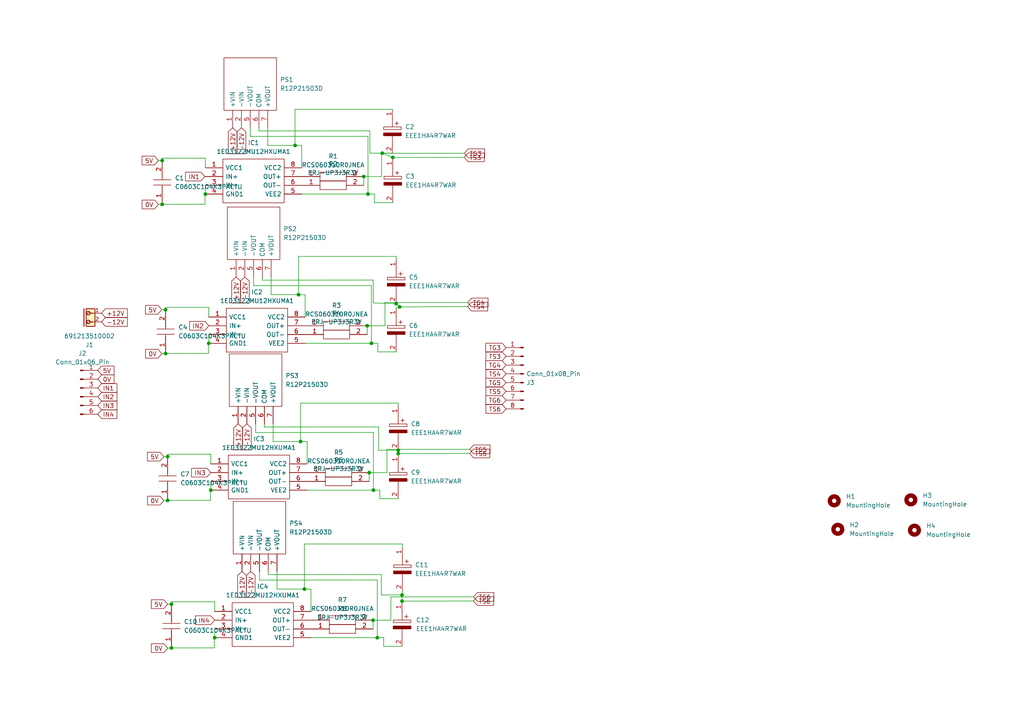
<source format=kicad_sch>
(kicad_sch (version 20230121) (generator eeschema)
  (paper "A4")
  (lib_symbols
    (symbol "1ED3122MU12HXUMA1:1ED3122MU12HXUMA1" (pin_names (offset 0.762))
      (property "Reference" "IC" (at 24.13 7.62 0))
      (property "Value" "1ED3122MU12HXUMA1" (at 24.13 5.08 0))
      (symbol "1ED3122MU12HXUMA1_0_0"
        (pin passive line (at 0 0 0) (length 5.08) (name "VCC1") (number "1"))
        (pin passive line (at 0 -2.54 0) (length 5.08) (name "IN+") (number "2"))
        (pin passive line (at 0 -5.08 0) (length 5.08) (name "IN-") (number "3"))
        (pin passive line (at 0 -7.62 0) (length 5.08) (name "GND1") (number "4"))
        (pin passive line (at 27.94 -7.62 180) (length 5.08) (name "VEE2") (number "5"))
        (pin passive line (at 27.94 -5.08 180) (length 5.08) (name "OUT-") (number "6"))
        (pin passive line (at 27.94 -2.54 180) (length 5.08) (name "OUT+") (number "7"))
        (pin passive line (at 27.94 0 180) (length 5.08) (name "VCC2") (number "8"))
      )
      (symbol "1ED3122MU12HXUMA1_0_1"
        (polyline (pts (xy 5.08 2.54) (xy 22.86 2.54) (xy 22.86 -10.16) (xy 5.08 -10.16) (xy 5.08 2.54)) (stroke (width 0.1524)))
      )
    )
    (symbol "691213510002:691213510002" (pin_names (offset 1.016) hide)
      (property "Reference" "J" (at -4.8768 -0.9144 0))
      (property "Value" "691213510002" (at -4.826 -2.5908 0))
      (symbol "691213510002_0_0"
        (rectangle (start -3.81 -3.175) (end 1.27 -0.635) (stroke (width 0.254)) (fill (type background)))
        (circle (center -2.54 -1.27) (radius 0.508) (stroke (width 0.254)))
        (circle (center 0 -1.27) (radius 0.508) (stroke (width 0.254)))
        (polyline (pts (xy -3.81 0) (xy 1.27 0)) (stroke (width 0.254)))
        (polyline (pts (xy -2.54 -1.778) (xy -2.54 -2.54)) (stroke (width 0.254)))
        (polyline (pts (xy -2.286 -1.016) (xy -2.794 -1.524)) (stroke (width 0.1524)))
        (polyline (pts (xy 0 -1.778) (xy 0 -2.54)) (stroke (width 0.254)))
        (polyline (pts (xy 0.254 -1.016) (xy -0.254 -1.524)) (stroke (width 0.1524)))
        (pin passive line (at -2.54 -5.08 90) (length 2.54) (name "~") (number "1"))
        (pin passive line (at 0 -5.08 90) (length 2.54) (name "~") (number "2"))
      )
    )
    (symbol "C0603C104K3PACTU:C0603C104K3PACTU" (pin_names (offset 0.762))
      (property "Reference" "C" (at 8.89 6.35 0))
      (property "Value" "C0603C104K3PACTU" (at 8.89 3.81 0))
      (symbol "C0603C104K3PACTU_0_0"
        (pin passive line (at 0 0 0) (length 5.08) (name "~") (number "1"))
        (pin passive line (at 12.7 0 180) (length 5.08) (name "~") (number "2"))
      )
      (symbol "C0603C104K3PACTU_0_1"
        (polyline (pts (xy 5.08 0) (xy 5.588 0)) (stroke (width 0.1524)))
        (polyline (pts (xy 5.588 2.54) (xy 5.588 -2.54)) (stroke (width 0.1524)))
        (polyline (pts (xy 7.112 0) (xy 7.62 0)) (stroke (width 0.1524)))
        (polyline (pts (xy 7.112 2.54) (xy 7.112 -2.54)) (stroke (width 0.1524)))
      )
    )
    (symbol "Connector:Conn_01x06_Pin" (pin_names (offset 1.016) hide)
      (property "Reference" "J" (at 0 7.62 0))
      (property "Value" "Conn_01x06_Pin" (at 0 -10.16 0))
      (symbol "Conn_01x06_Pin_1_1"
        (polyline (pts (xy 1.27 -7.62) (xy 0.8636 -7.62)) (stroke (width 0.1524)))
        (polyline (pts (xy 1.27 -5.08) (xy 0.8636 -5.08)) (stroke (width 0.1524)))
        (polyline (pts (xy 1.27 -2.54) (xy 0.8636 -2.54)) (stroke (width 0.1524)))
        (polyline (pts (xy 1.27 0) (xy 0.8636 0)) (stroke (width 0.1524)))
        (polyline (pts (xy 1.27 2.54) (xy 0.8636 2.54)) (stroke (width 0.1524)))
        (polyline (pts (xy 1.27 5.08) (xy 0.8636 5.08)) (stroke (width 0.1524)))
        (rectangle (start 0.8636 -7.493) (end 0 -7.747) (stroke (width 0.1524)) (fill (type outline)))
        (rectangle (start 0.8636 -4.953) (end 0 -5.207) (stroke (width 0.1524)) (fill (type outline)))
        (rectangle (start 0.8636 -2.413) (end 0 -2.667) (stroke (width 0.1524)) (fill (type outline)))
        (rectangle (start 0.8636 0.127) (end 0 -0.127) (stroke (width 0.1524)) (fill (type outline)))
        (rectangle (start 0.8636 2.667) (end 0 2.413) (stroke (width 0.1524)) (fill (type outline)))
        (rectangle (start 0.8636 5.207) (end 0 4.953) (stroke (width 0.1524)) (fill (type outline)))
        (pin passive line (at 5.08 5.08 180) (length 3.81) (name "Pin_1") (number "1"))
        (pin passive line (at 5.08 2.54 180) (length 3.81) (name "Pin_2") (number "2"))
        (pin passive line (at 5.08 0 180) (length 3.81) (name "Pin_3") (number "3"))
        (pin passive line (at 5.08 -2.54 180) (length 3.81) (name "Pin_4") (number "4"))
        (pin passive line (at 5.08 -5.08 180) (length 3.81) (name "Pin_5") (number "5"))
        (pin passive line (at 5.08 -7.62 180) (length 3.81) (name "Pin_6") (number "6"))
      )
    )
    (symbol "Connector:Conn_01x08_Pin" (pin_names (offset 1.016) hide)
      (property "Reference" "J" (at 0 10.16 0))
      (property "Value" "Conn_01x08_Pin" (at 0 -12.7 0))
      (symbol "Conn_01x08_Pin_1_1"
        (polyline (pts (xy 1.27 -10.16) (xy 0.8636 -10.16)) (stroke (width 0.1524)))
        (polyline (pts (xy 1.27 -7.62) (xy 0.8636 -7.62)) (stroke (width 0.1524)))
        (polyline (pts (xy 1.27 -5.08) (xy 0.8636 -5.08)) (stroke (width 0.1524)))
        (polyline (pts (xy 1.27 -2.54) (xy 0.8636 -2.54)) (stroke (width 0.1524)))
        (polyline (pts (xy 1.27 0) (xy 0.8636 0)) (stroke (width 0.1524)))
        (polyline (pts (xy 1.27 2.54) (xy 0.8636 2.54)) (stroke (width 0.1524)))
        (polyline (pts (xy 1.27 5.08) (xy 0.8636 5.08)) (stroke (width 0.1524)))
        (polyline (pts (xy 1.27 7.62) (xy 0.8636 7.62)) (stroke (width 0.1524)))
        (rectangle (start 0.8636 -10.033) (end 0 -10.287) (stroke (width 0.1524)) (fill (type outline)))
        (rectangle (start 0.8636 -7.493) (end 0 -7.747) (stroke (width 0.1524)) (fill (type outline)))
        (rectangle (start 0.8636 -4.953) (end 0 -5.207) (stroke (width 0.1524)) (fill (type outline)))
        (rectangle (start 0.8636 -2.413) (end 0 -2.667) (stroke (width 0.1524)) (fill (type outline)))
        (rectangle (start 0.8636 0.127) (end 0 -0.127) (stroke (width 0.1524)) (fill (type outline)))
        (rectangle (start 0.8636 2.667) (end 0 2.413) (stroke (width 0.1524)) (fill (type outline)))
        (rectangle (start 0.8636 5.207) (end 0 4.953) (stroke (width 0.1524)) (fill (type outline)))
        (rectangle (start 0.8636 7.747) (end 0 7.493) (stroke (width 0.1524)) (fill (type outline)))
        (pin passive line (at 5.08 7.62 180) (length 3.81) (name "Pin_1") (number "1"))
        (pin passive line (at 5.08 5.08 180) (length 3.81) (name "Pin_2") (number "2"))
        (pin passive line (at 5.08 2.54 180) (length 3.81) (name "Pin_3") (number "3"))
        (pin passive line (at 5.08 0 180) (length 3.81) (name "Pin_4") (number "4"))
        (pin passive line (at 5.08 -2.54 180) (length 3.81) (name "Pin_5") (number "5"))
        (pin passive line (at 5.08 -5.08 180) (length 3.81) (name "Pin_6") (number "6"))
        (pin passive line (at 5.08 -7.62 180) (length 3.81) (name "Pin_7") (number "7"))
        (pin passive line (at 5.08 -10.16 180) (length 3.81) (name "Pin_8") (number "8"))
      )
    )
    (symbol "EEE1HA4R7WAR:EEE1HA4R7WAR" (pin_names (offset 0.762))
      (property "Reference" "C" (at 8.89 6.35 0))
      (property "Value" "EEE1HA4R7WAR" (at 8.89 3.81 0))
      (symbol "EEE1HA4R7WAR_0_0"
        (pin passive line (at 0 0 0) (length 2.54) (name "~") (number "1"))
        (pin passive line (at 12.7 0 180) (length 2.54) (name "~") (number "2"))
      )
      (symbol "EEE1HA4R7WAR_0_1"
        (polyline (pts (xy 2.54 0) (xy 5.08 0)) (stroke (width 0.1524)))
        (polyline (pts (xy 4.064 1.778) (xy 4.064 0.762)) (stroke (width 0.1524)))
        (polyline (pts (xy 4.572 1.27) (xy 3.556 1.27)) (stroke (width 0.1524)))
        (polyline (pts (xy 7.62 0) (xy 10.16 0)) (stroke (width 0.1524)))
        (polyline (pts (xy 5.08 2.54) (xy 5.08 -2.54) (xy 5.842 -2.54) (xy 5.842 2.54) (xy 5.08 2.54)) (stroke (width 0.1524)))
        (polyline (pts (xy 7.62 2.54) (xy 7.62 -2.54) (xy 6.858 -2.54) (xy 6.858 2.54) (xy 7.62 2.54)) (stroke (width 0.254)) (fill (type outline)))
      )
    )
    (symbol "ERJ-UP3J3R3V:ERJ-UP3J3R3V" (pin_names (offset 0.762))
      (property "Reference" "R" (at 13.97 6.35 0))
      (property "Value" "ERJ-UP3J3R3V" (at 13.97 3.81 0))
      (symbol "ERJ-UP3J3R3V_0_0"
        (pin passive line (at 0 0 0) (length 5.08) (name "~") (number "1"))
        (pin passive line (at 17.78 0 180) (length 5.08) (name "~") (number "2"))
      )
      (symbol "ERJ-UP3J3R3V_0_1"
        (polyline (pts (xy 5.08 1.27) (xy 12.7 1.27) (xy 12.7 -1.27) (xy 5.08 -1.27) (xy 5.08 1.27)) (stroke (width 0.1524)))
      )
    )
    (symbol "Mechanical:MountingHole" (pin_names (offset 1.016))
      (property "Reference" "H" (at 0 5.08 0))
      (property "Value" "MountingHole" (at 0 3.175 0))
      (symbol "MountingHole_0_1"
        (circle (center 0 0) (radius 1.27) (stroke (width 1.27)))
      )
    )
    (symbol "R12P21503D:R12P21503D" (pin_names (offset 0.762))
      (property "Reference" "PS" (at 21.59 7.62 0))
      (property "Value" "R12P21503D" (at 21.59 5.08 0))
      (symbol "R12P21503D_0_0"
        (pin passive line (at 0 0 0) (length 5.08) (name "+VIN") (number "1"))
        (pin passive line (at 0 -2.54 0) (length 5.08) (name "-VIN") (number "2"))
        (pin passive line (at 0 -5.08 0) (length 5.08) (name "-VOUT") (number "5"))
        (pin passive line (at 0 -7.62 0) (length 5.08) (name "COM") (number "6"))
        (pin passive line (at 0 -10.16 0) (length 5.08) (name "+VOUT") (number "7"))
      )
      (symbol "R12P21503D_0_1"
        (polyline (pts (xy 5.08 2.54) (xy 20.32 2.54) (xy 20.32 -12.7) (xy 5.08 -12.7) (xy 5.08 2.54)) (stroke (width 0.1524)))
      )
    )
    (symbol "RCS060310R0JNEA:RCS060310R0JNEA" (pin_names (offset 0.762))
      (property "Reference" "R" (at 13.97 6.35 0))
      (property "Value" "RCS060310R0JNEA" (at 13.97 3.81 0))
      (symbol "RCS060310R0JNEA_0_0"
        (pin passive line (at 0 0 0) (length 5.08) (name "~") (number "1"))
        (pin passive line (at 17.78 0 180) (length 5.08) (name "~") (number "2"))
      )
      (symbol "RCS060310R0JNEA_0_1"
        (polyline (pts (xy 5.08 1.27) (xy 12.7 1.27) (xy 12.7 -1.27) (xy 5.08 -1.27) (xy 5.08 1.27)) (stroke (width 0.1524)))
      )
    )
  )
  (junction (at 107.7214 99.568))
  (junction (at 48.0314 102.5398))
  (junction (at 87.1728 128.0668))
  (junction (at 107.0864 137.0838))
  (junction (at 48.6156 145.1356))
  (junction (at 105.5116 51.2064))
  (junction (at 48.0314 89.8398))
  (junction (at 116.6114 172.5676))
  (junction (at 86.5886 85.471))
  (junction (at 47.0408 46.5582))
  (junction (at 59.563 56.2864))
  (junction (at 61.1378 142.1638))
  (junction (at 115.4938 131.5466))
  (junction (at 109.4232 184.9628))
  (junction (at 48.6156 132.4356))
  (junction (at 88.2904 170.8658))
  (junction (at 62.2554 184.9628))
  (junction (at 108.204 179.8828))
  (junction (at 49.7332 175.2346))
  (junction (at 113.919 45.6692))
  (junction (at 115.9002 89.027))
  (junction (at 116.6114 174.3456))
  (junction (at 110.871 44.4246))
  (junction (at 47.0408 59.2582))
  (junction (at 60.5536 99.568))
  (junction (at 106.7308 56.2864))
  (junction (at 114.8842 88.0872))
  (junction (at 85.598 42.1894))
  (junction (at 106.5022 94.488))
  (junction (at 49.7332 187.9346))
  (junction (at 108.3056 142.1638))
  (junction (at 115.4938 130.5814))
  (wire (pts (xy 109.4232 168.2242) (xy 109.4232 184.9628)))
  (wire (pts (xy 112.2426 137.0838) (xy 112.2426 130.3274)))
  (wire (pts (xy 61.1378 134.5438) (xy 61.1378 131.7498)))
  (wire (pts (xy 116.713 171.4754) (xy 116.6114 172.5676)))
  (wire (pts (xy 116.6114 174.3456) (xy 137.3378 174.3202)))
  (wire (pts (xy 75.1078 37.084) (xy 75.1078 37.973)))
  (wire (pts (xy 106.5022 94.488) (xy 111.6584 94.488)))
  (wire (pts (xy 48.0314 102.5398) (xy 60.452 102.5144)))
  (wire (pts (xy 80.3402 170.8658) (xy 88.2904 170.8658)))
  (wire (pts (xy 87.1728 116.9162) (xy 87.1728 128.0668)))
  (wire (pts (xy 76.0984 80.3656) (xy 76.0984 81.2546)))
  (wire (pts (xy 74.1426 125.4506) (xy 108.3056 125.4252)))
  (wire (pts (xy 60.452 99.568) (xy 60.452 102.5144)))
  (wire (pts (xy 73.5584 82.8548) (xy 107.7214 82.8294)))
  (wire (pts (xy 61.1378 139.6238) (xy 61.1378 142.1638)))
  (wire (pts (xy 108.3056 142.1638) (xy 110.1598 142.1638)))
  (wire (pts (xy 90.1954 184.9628) (xy 109.4232 184.9628)))
  (wire (pts (xy 59.563 53.7464) (xy 59.563 56.2864)))
  (wire (pts (xy 111.6584 87.7316) (xy 135.6614 87.7316)))
  (wire (pts (xy 78.6384 80.3656) (xy 78.6384 85.471)))
  (wire (pts (xy 110.5916 166.624) (xy 110.5916 172.5676)))
  (wire (pts (xy 88.7222 97.028) (xy 88.4936 97.028)))
  (wire (pts (xy 116.6114 172.5676) (xy 116.6114 174.3456)))
  (wire (pts (xy 105.5116 53.7464) (xy 105.5116 51.2064)))
  (wire (pts (xy 60.5536 89.154) (xy 48.0314 89.154)))
  (wire (pts (xy 80.3402 165.7604) (xy 80.3402 170.8658)))
  (wire (pts (xy 105.5116 51.2064) (xy 110.6678 51.2064)))
  (wire (pts (xy 109.8042 130.5814) (xy 109.8042 123.825)))
  (wire (pts (xy 48.6156 131.7498) (xy 48.6156 132.4356)))
  (wire (pts (xy 113.8174 31.7246) (xy 85.5726 31.7246)))
  (wire (pts (xy 73.5584 80.3656) (xy 73.5584 82.8548)))
  (wire (pts (xy 48.6156 132.4356) (xy 47.498 132.4356)))
  (wire (pts (xy 85.5726 31.7246) (xy 85.5726 41.3258)))
  (wire (pts (xy 115.4938 131.5466) (xy 136.2202 131.5212)))
  (wire (pts (xy 108.2548 87.8586) (xy 114.8842 88.0872)))
  (wire (pts (xy 87.7316 53.7464) (xy 87.503 53.7464)))
  (wire (pts (xy 115.9002 89.027) (xy 114.9096 89.3572)))
  (wire (pts (xy 87.7316 51.2064) (xy 87.503 51.2064)))
  (wire (pts (xy 114.8842 88.0872) (xy 115.9002 89.027)))
  (wire (pts (xy 62.2554 174.5488) (xy 49.7332 174.5488)))
  (wire (pts (xy 60.5536 97.028) (xy 60.5536 99.568)))
  (wire (pts (xy 107.2896 44.4246) (xy 110.871 44.4246)))
  (wire (pts (xy 110.1598 144.653) (xy 110.1598 142.1638)))
  (wire (pts (xy 113.3602 173.1264) (xy 137.3632 173.1264)))
  (wire (pts (xy 76.6826 123.8504) (xy 85.1916 123.8504)))
  (wire (pts (xy 45.9486 59.309) (xy 47.0408 59.2582)))
  (wire (pts (xy 113.919 45.6692) (xy 113.919 46.0756)))
  (wire (pts (xy 75.2602 168.2496) (xy 109.4232 168.2242)))
  (wire (pts (xy 114.9096 75.3364) (xy 114.9096 74.3712)))
  (wire (pts (xy 86.5886 74.3712) (xy 114.9096 74.3712)))
  (wire (pts (xy 47.0408 46.5582) (xy 45.9232 46.5582)))
  (wire (pts (xy 108.585 58.7756) (xy 113.919 58.7756)))
  (wire (pts (xy 89.0778 128.0668) (xy 89.0778 134.5438)))
  (wire (pts (xy 62.1538 184.9628) (xy 62.2554 184.9628)))
  (wire (pts (xy 111.2774 187.452) (xy 116.6114 187.452)))
  (wire (pts (xy 115.4938 130.5814) (xy 115.4938 131.5466)))
  (wire (pts (xy 79.2226 128.0668) (xy 87.1728 128.0668)))
  (wire (pts (xy 77.6478 42.1894) (xy 85.598 42.1894)))
  (wire (pts (xy 72.5678 37.084) (xy 72.5678 39.5732)))
  (wire (pts (xy 107.7214 82.8294) (xy 107.7214 99.568)))
  (wire (pts (xy 75.2602 165.7604) (xy 75.2602 168.2496)))
  (wire (pts (xy 88.2904 157.7848) (xy 116.713 157.7848)))
  (wire (pts (xy 114.8842 88.0872) (xy 114.9096 88.0364)))
  (wire (pts (xy 87.1728 116.9162) (xy 115.4938 116.9162)))
  (wire (pts (xy 60.452 99.568) (xy 60.5536 99.568)))
  (wire (pts (xy 62.2554 177.3428) (xy 62.2554 174.5488)))
  (wire (pts (xy 115.4938 116.9162) (xy 115.4938 117.8814)))
  (wire (pts (xy 106.7308 39.5478) (xy 106.7308 56.2864)))
  (wire (pts (xy 74.1426 122.9614) (xy 74.1426 125.4506)))
  (wire (pts (xy 88.2904 170.8658) (xy 90.1954 170.8658)))
  (wire (pts (xy 61.0362 142.1638) (xy 61.0362 145.1102)))
  (wire (pts (xy 107.2642 37.9476) (xy 107.2896 44.4246)))
  (wire (pts (xy 76.6826 122.9614) (xy 76.6826 123.8504)))
  (wire (pts (xy 49.7332 175.2346) (xy 48.6156 175.2346)))
  (wire (pts (xy 49.7332 187.9346) (xy 62.1538 187.9092)))
  (wire (pts (xy 72.5678 39.5732) (xy 106.7308 39.5478)))
  (wire (pts (xy 84.6074 81.2546) (xy 108.2548 81.2292)))
  (wire (pts (xy 107.0864 139.6238) (xy 107.0864 137.0838)))
  (wire (pts (xy 87.1728 128.0668) (xy 89.0778 128.0668)))
  (wire (pts (xy 86.5886 74.3712) (xy 86.5886 85.471)))
  (wire (pts (xy 111.6584 94.488) (xy 111.6584 87.7316)))
  (wire (pts (xy 48.6156 145.1356) (xy 61.0362 145.1102)))
  (wire (pts (xy 107.7214 99.568) (xy 109.5756 99.568)))
  (wire (pts (xy 59.4614 56.2864) (xy 59.4614 59.2328)))
  (wire (pts (xy 108.204 182.4228) (xy 108.204 179.8828)))
  (wire (pts (xy 48.0314 89.8398) (xy 46.9138 89.8398)))
  (wire (pts (xy 110.5916 166.624) (xy 109.9566 166.624)))
  (wire (pts (xy 88.4936 99.568) (xy 107.7214 99.568)))
  (wire (pts (xy 106.7308 56.2864) (xy 108.585 56.2864)))
  (wire (pts (xy 79.2226 122.9614) (xy 79.2226 128.0668)))
  (wire (pts (xy 90.1954 170.8658) (xy 90.1954 177.3428)))
  (wire (pts (xy 59.4614 56.2864) (xy 59.563 56.2864)))
  (wire (pts (xy 59.3852 51.2064) (xy 59.563 51.2064)))
  (wire (pts (xy 59.563 48.6664) (xy 59.563 45.8724)))
  (wire (pts (xy 86.5886 85.471) (xy 88.4936 85.471)))
  (wire (pts (xy 110.1598 144.653) (xy 115.4938 144.653)))
  (wire (pts (xy 48.641 187.9854) (xy 49.7332 187.9346)))
  (wire (pts (xy 109.4232 184.9628) (xy 111.2774 184.9628)))
  (wire (pts (xy 115.4938 131.5466) (xy 115.4938 131.953)))
  (wire (pts (xy 76.0984 81.2546) (xy 84.6074 81.2546)))
  (wire (pts (xy 113.919 45.6692) (xy 134.6454 45.6438)))
  (wire (pts (xy 48.0314 89.154) (xy 48.0314 89.8398)))
  (wire (pts (xy 47.0408 59.2582) (xy 59.4614 59.2328)))
  (wire (pts (xy 110.871 44.4246) (xy 113.8174 44.4246)))
  (wire (pts (xy 62.2554 182.4228) (xy 62.2554 184.9628)))
  (wire (pts (xy 77.8002 165.7604) (xy 77.8002 166.6494)))
  (wire (pts (xy 108.585 58.7756) (xy 108.585 56.2864)))
  (wire (pts (xy 109.5756 102.0572) (xy 109.5756 99.568)))
  (wire (pts (xy 60.5536 91.948) (xy 60.5536 89.154)))
  (wire (pts (xy 89.3064 137.0838) (xy 89.0778 137.0838)))
  (wire (pts (xy 85.1916 123.8504) (xy 108.839 123.825)))
  (wire (pts (xy 78.6384 85.471) (xy 86.5886 85.471)))
  (wire (pts (xy 109.8042 130.5814) (xy 115.4938 130.5814)))
  (wire (pts (xy 85.5726 41.3258) (xy 85.598 42.1894)))
  (wire (pts (xy 108.2548 81.2292) (xy 108.2548 87.8586)))
  (wire (pts (xy 88.4936 85.471) (xy 88.4936 91.948)))
  (wire (pts (xy 110.5916 172.5676) (xy 116.6114 172.5676)))
  (wire (pts (xy 116.713 158.7754) (xy 116.713 157.7848)))
  (wire (pts (xy 86.3092 166.6494) (xy 109.9566 166.624)))
  (wire (pts (xy 106.5022 97.028) (xy 106.5022 94.488)))
  (wire (pts (xy 46.9392 102.5906) (xy 48.0314 102.5398)))
  (wire (pts (xy 49.7332 174.5488) (xy 49.7332 175.2346)))
  (wire (pts (xy 88.2904 157.7848) (xy 88.2904 170.8658)))
  (wire (pts (xy 110.6678 44.45) (xy 134.6708 44.45)))
  (wire (pts (xy 77.6478 37.084) (xy 77.6478 42.1894)))
  (wire (pts (xy 90.424 179.8828) (xy 90.1954 179.8828)))
  (wire (pts (xy 109.8042 123.825) (xy 108.839 123.825)))
  (wire (pts (xy 110.6678 51.2064) (xy 110.6678 44.45)))
  (wire (pts (xy 110.871 44.4246) (xy 113.919 45.6692)))
  (wire (pts (xy 112.2426 130.3274) (xy 136.2456 130.3274)))
  (wire (pts (xy 85.598 42.1894) (xy 87.503 42.1894)))
  (wire (pts (xy 47.0408 45.8724) (xy 47.0408 46.5582)))
  (wire (pts (xy 89.3064 139.6238) (xy 89.0778 139.6238)))
  (wire (pts (xy 111.2774 187.452) (xy 111.2774 184.9628)))
  (wire (pts (xy 89.0778 142.1638) (xy 108.3056 142.1638)))
  (wire (pts (xy 109.5756 102.0572) (xy 114.9096 102.0572)))
  (wire (pts (xy 59.563 45.8724) (xy 47.0408 45.8724)))
  (wire (pts (xy 108.204 179.8828) (xy 113.3602 179.8828)))
  (wire (pts (xy 107.0864 137.0838) (xy 112.2426 137.0838)))
  (wire (pts (xy 90.424 182.4228) (xy 90.1954 182.4228)))
  (wire (pts (xy 87.503 42.1894) (xy 87.503 48.6664)))
  (wire (pts (xy 75.1078 37.973) (xy 83.6168 37.973)))
  (wire (pts (xy 61.0362 142.1638) (xy 61.1378 142.1638)))
  (wire (pts (xy 47.5234 145.1864) (xy 48.6156 145.1356)))
  (wire (pts (xy 87.503 56.2864) (xy 106.7308 56.2864)))
  (wire (pts (xy 88.7222 94.488) (xy 88.4936 94.488)))
  (wire (pts (xy 113.3602 179.8828) (xy 113.3602 173.1264)))
  (wire (pts (xy 83.6168 37.973) (xy 107.2642 37.9476)))
  (wire (pts (xy 108.3056 125.4252) (xy 108.3056 142.1638)))
  (wire (pts (xy 77.8002 166.6494) (xy 86.3092 166.6494)))
  (wire (pts (xy 116.6114 174.3456) (xy 116.6114 174.752)))
  (wire (pts (xy 115.9002 89.027) (xy 135.636 88.9254)))
  (wire (pts (xy 61.1378 131.7498) (xy 48.6156 131.7498)))
  (wire (pts (xy 62.1538 184.9628) (xy 62.1538 187.9092)))
  (global_label "+12V" (shape input) (at 69.0626 122.9614 270) (property "Intersheetrefs" "${INTERSHEET_REFS}" (effects hide)))
  (global_label "5V" (shape input) (at 45.9232 46.5582 180) (property "Intersheetrefs" "${INTERSHEET_REFS}" (effects hide)))
  (global_label "5V" (shape input) (at 48.6156 175.2346 180) (property "Intersheetrefs" "${INTERSHEET_REFS}" (effects hide)))
  (global_label "TG3" (shape input) (at 146.7612 100.8126 180) (property "Intersheetrefs" "${INTERSHEET_REFS}" (effects hide)))
  (global_label "IN3" (shape input) (at 61.1378 137.0838 180) (property "Intersheetrefs" "${INTERSHEET_REFS}" (effects hide)))
  (global_label "-12V" (shape input) (at 29.4386 93.3704 0) (property "Intersheetrefs" "${INTERSHEET_REFS}" (effects hide)))
  (global_label "TS5" (shape input) (at 146.7612 113.5126 180) (property "Intersheetrefs" "${INTERSHEET_REFS}" (effects hide)))
  (global_label "IN4" (shape input) (at 62.2554 179.8828 180) (property "Intersheetrefs" "${INTERSHEET_REFS}" (effects hide)))
  (global_label "0V" (shape input) (at 46.9392 102.5906 180) (property "Intersheetrefs" "${INTERSHEET_REFS}" (effects hide)))
  (global_label "IN1" (shape input) (at 28.3464 112.522 0) (property "Intersheetrefs" "${INTERSHEET_REFS}" (effects hide)))
  (global_label "IN4" (shape input) (at 28.3464 120.142 0) (property "Intersheetrefs" "${INTERSHEET_REFS}" (effects hide)))
  (global_label "-12V" (shape input) (at 71.6026 122.9614 270) (property "Intersheetrefs" "${INTERSHEET_REFS}" (effects hide)))
  (global_label "5V" (shape input) (at 47.498 132.4356 180) (property "Intersheetrefs" "${INTERSHEET_REFS}" (effects hide)))
  (global_label "TS6" (shape input) (at 146.7612 118.5926 180) (property "Intersheetrefs" "${INTERSHEET_REFS}" (effects hide)))
  (global_label "IN2" (shape input) (at 60.5536 94.488 180) (property "Intersheetrefs" "${INTERSHEET_REFS}" (effects hide)))
  (global_label "0V" (shape input) (at 47.5234 145.1864 180) (property "Intersheetrefs" "${INTERSHEET_REFS}" (effects hide)))
  (global_label "5V" (shape input) (at 28.3464 107.442 0) (property "Intersheetrefs" "${INTERSHEET_REFS}" (effects hide)))
  (global_label "TG5" (shape input) (at 136.2456 130.3274 0) (property "Intersheetrefs" "${INTERSHEET_REFS}" (effects hide)))
  (global_label "TG6" (shape input) (at 137.3632 173.1264 0) (property "Intersheetrefs" "${INTERSHEET_REFS}" (effects hide)))
  (global_label "TG6" (shape input) (at 146.7612 116.0526 180) (property "Intersheetrefs" "${INTERSHEET_REFS}" (effects hide)))
  (global_label "0V" (shape input) (at 48.641 187.9854 180) (property "Intersheetrefs" "${INTERSHEET_REFS}" (effects hide)))
  (global_label "-12V" (shape input) (at 70.0278 37.084 270) (property "Intersheetrefs" "${INTERSHEET_REFS}" (effects hide)))
  (global_label "TS4" (shape input) (at 135.636 88.9254 0) (property "Intersheetrefs" "${INTERSHEET_REFS}" (effects hide)))
  (global_label "TS3" (shape input) (at 134.6454 45.6438 0) (property "Intersheetrefs" "${INTERSHEET_REFS}" (effects hide)))
  (global_label "TS3" (shape input) (at 146.7612 103.3526 180) (property "Intersheetrefs" "${INTERSHEET_REFS}" (effects hide)))
  (global_label "TG4" (shape input) (at 135.6614 87.7316 0) (property "Intersheetrefs" "${INTERSHEET_REFS}" (effects hide)))
  (global_label "TG4" (shape input) (at 146.7612 105.8926 180) (property "Intersheetrefs" "${INTERSHEET_REFS}" (effects hide)))
  (global_label "-12V" (shape input) (at 72.7202 165.7604 270) (property "Intersheetrefs" "${INTERSHEET_REFS}" (effects hide)))
  (global_label "TS6" (shape input) (at 137.3378 174.3202 0) (property "Intersheetrefs" "${INTERSHEET_REFS}" (effects hide)))
  (global_label "+12V" (shape input) (at 67.4878 37.084 270) (property "Intersheetrefs" "${INTERSHEET_REFS}" (effects hide)))
  (global_label "+12V" (shape input) (at 68.4784 80.3656 270) (property "Intersheetrefs" "${INTERSHEET_REFS}" (effects hide)))
  (global_label "0V" (shape input) (at 45.9486 59.309 180) (property "Intersheetrefs" "${INTERSHEET_REFS}" (effects hide)))
  (global_label "TG3" (shape input) (at 134.6708 44.45 0) (property "Intersheetrefs" "${INTERSHEET_REFS}" (effects hide)))
  (global_label "TS4" (shape input) (at 146.7612 108.4326 180) (property "Intersheetrefs" "${INTERSHEET_REFS}" (effects hide)))
  (global_label "TG5" (shape input) (at 146.7612 110.9726 180) (property "Intersheetrefs" "${INTERSHEET_REFS}" (effects hide)))
  (global_label "TS5" (shape input) (at 136.2202 131.5212 0) (property "Intersheetrefs" "${INTERSHEET_REFS}" (effects hide)))
  (global_label "0V" (shape input) (at 28.3464 109.982 0) (property "Intersheetrefs" "${INTERSHEET_REFS}" (effects hide)))
  (global_label "IN1" (shape input) (at 59.3852 51.2064 180) (property "Intersheetrefs" "${INTERSHEET_REFS}" (effects hide)))
  (global_label "IN2" (shape input) (at 28.3464 115.062 0) (property "Intersheetrefs" "${INTERSHEET_REFS}" (effects hide)))
  (global_label "IN3" (shape input) (at 28.3464 117.602 0) (property "Intersheetrefs" "${INTERSHEET_REFS}" (effects hide)))
  (global_label "+12V" (shape input) (at 70.1802 165.7604 270) (property "Intersheetrefs" "${INTERSHEET_REFS}" (effects hide)))
  (global_label "-12V" (shape input) (at 71.0184 80.3656 270) (property "Intersheetrefs" "${INTERSHEET_REFS}" (effects hide)))
  (global_label "+12V" (shape input) (at 29.4386 90.8304 0) (property "Intersheetrefs" "${INTERSHEET_REFS}" (effects hide)))
  (global_label "5V" (shape input) (at 46.9138 89.8398 180) (property "Intersheetrefs" "${INTERSHEET_REFS}" (effects hide)))
  (symbol (lib_id "EEE1HA4R7WAR:EEE1HA4R7WAR") (at 116.6114 174.752 270) (unit 1)
    (property "Reference" "C12" (at 120.65 179.832 90) (effects (justify left)))
    (property "Value" "EEE1HA4R7WAR" (at 120.65 182.372 90) (effects (justify left)))
    (property "Footprint" "Capacitor_SDM(4.7):EEE1AA220WR" (effects hide))
    (property "Datasheet" "http://industrial.panasonic.com/cdbs/www-data/pdf/RDE0000/ABA0000C1142.pdf" (effects hide))
    (property "Description" "PANASONIC - EEE1HA4R7WAR - SMD Aluminium Electrolytic Capacitor, Radial Can - SMD, 4.7 F, 50 V, S Series, 1000 hours @ 85C" (effects hide))
    (property "Height" "5.5" (effects hide))
    (property "Manufacturer_Name" "Panasonic" (effects hide))
    (property "Manufacturer_Part_Number" "EEE1HA4R7WAR" (effects hide))
  )
  (symbol (lib_id "1ED3122MU12HXUMA1:1ED3122MU12HXUMA1") (at 60.5536 91.948 0) (unit 1)
    (property "Reference" "IC2" (at 74.5236 84.709 0))
    (property "Value" "1ED3122MU12HXUMA1" (at 74.5236 87.249 0))
    (property "Footprint" "Gate driver IC:SOIC127P1030X265-8N" (effects hide))
    (property "Datasheet" "https://www.infineon.com/cms/en/product/power/gate-driver-ics/?" (effects hide))
    (property "Description" "Gate Drivers ISOLATED DRIVER EiceDRIVER 1ED31xxMU12H Compact" (effects hide))
    (property "Height" "2.65" (effects hide))
    (property "Manufacturer_Name" "Infineon" (effects hide))
    (property "Manufacturer_Part_Number" "1ED3122MU12HXUMA1" (effects hide))
  )
  (symbol (lib_id "C0603C104K3PACTU:C0603C104K3PACTU") (at 49.7332 187.9346 90) (unit 1)
    (property "Reference" "C10" (at 53.34 180.3146 90) (effects (justify right)))
    (property "Value" "C0603C104K3PACTU" (at 53.34 182.8546 90) (effects (justify right)))
    (property "Footprint" "Capacitor_SMD_film(0.1uF):C0603" (effects hide))
    (property "Datasheet" "https://content.kemet.com/datasheets/KEM_C1006_X5R_SMD.pdf" (effects hide))
    (property "Description" "SMD Comm X5R, Ceramic, 0.1 uF, 10%, 25 VDC, 62.5 VDC, 85C, -55C, X5R, SMD, MLCC, Temperature Stable, Class II, 5 % , 5 GOhms, 6.5 mg, 0603, 1.6mm, 0.8mm, 0.8mm, 0.7mm, 0.35mm, 4000, 78  Weeks, 70" (effects hide))
    (property "Height" "0.87" (effects hide))
    (property "Manufacturer_Name" "KEMET" (effects hide))
    (property "Manufacturer_Part_Number" "C0603C104K3PACTU" (effects hide))
  )
  (symbol (lib_id "RCS060310R0JNEA:RCS060310R0JNEA") (at 87.7316 51.2064 0) (unit 1)
    (property "Reference" "R1" (at 96.6216 45.3136 0))
    (property "Value" "RCS060310R0JNEA" (at 96.6216 47.8536 0))
    (property "Footprint" "Resistor(10ohms):RCS0603_E3" (effects hide))
    (property "Datasheet" "https://www.vishay.com/docs/20065/rcse3.pdf" (effects hide))
    (property "Description" "Anti-Surge, High Power Thick Film Chip Resistor" (effects hide))
    (property "Manufacturer_Name" "Vishay" (effects hide))
    (property "Manufacturer_Part_Number" "RCS060310R0JNEA" (effects hide))
  )
  (symbol (lib_id "1ED3122MU12HXUMA1:1ED3122MU12HXUMA1") (at 62.2554 177.3428 0) (unit 1)
    (property "Reference" "IC4" (at 76.2254 170.1038 0))
    (property "Value" "1ED3122MU12HXUMA1" (at 76.2254 172.6438 0))
    (property "Footprint" "Gate driver IC:SOIC127P1030X265-8N" (effects hide))
    (property "Datasheet" "https://www.infineon.com/cms/en/product/power/gate-driver-ics/?" (effects hide))
    (property "Description" "Gate Drivers ISOLATED DRIVER EiceDRIVER 1ED31xxMU12H Compact" (effects hide))
    (property "Height" "2.65" (effects hide))
    (property "Manufacturer_Name" "Infineon" (effects hide))
    (property "Manufacturer_Part_Number" "1ED3122MU12HXUMA1" (effects hide))
  )
  (symbol (lib_id "RCS060310R0JNEA:RCS060310R0JNEA") (at 90.424 179.8828 0) (unit 1)
    (property "Reference" "R7" (at 99.314 173.99 0))
    (property "Value" "RCS060310R0JNEA" (at 99.314 176.53 0))
    (property "Footprint" "Resistor(10ohms):RCS0603_E3" (effects hide))
    (property "Datasheet" "https://www.vishay.com/docs/20065/rcse3.pdf" (effects hide))
    (property "Description" "Anti-Surge, High Power Thick Film Chip Resistor" (effects hide))
    (property "Manufacturer_Name" "Vishay" (effects hide))
    (property "Manufacturer_Part_Number" "RCS060310R0JNEA" (effects hide))
  )
  (symbol (lib_id "RCS060310R0JNEA:RCS060310R0JNEA") (at 89.3064 137.0838 0) (unit 1)
    (property "Reference" "R5" (at 98.1964 131.191 0))
    (property "Value" "RCS060310R0JNEA" (at 98.1964 133.731 0))
    (property "Footprint" "Resistor(10ohms):RCS0603_E3" (effects hide))
    (property "Datasheet" "https://www.vishay.com/docs/20065/rcse3.pdf" (effects hide))
    (property "Description" "Anti-Surge, High Power Thick Film Chip Resistor" (effects hide))
    (property "Manufacturer_Name" "Vishay" (effects hide))
    (property "Manufacturer_Part_Number" "RCS060310R0JNEA" (effects hide))
  )
  (symbol (lib_id "R12P21503D:R12P21503D") (at 68.4784 80.3656 90) (unit 1)
    (property "Reference" "PS2" (at 82.1944 66.3956 90) (effects (justify right)))
    (property "Value" "R12P21503D" (at 82.1944 68.9356 90) (effects (justify right)))
    (property "Footprint" "Power Supply_Gate Driver:R12P21503D" (effects hide))
    (property "Datasheet" "https://recom-power.com/pdf/Econoline/RxxP2xxyy.pdf" (effects hide))
    (property "Description" "DC/DC Converter Isolated +15/-3V 2W" (effects hide))
    (property "Height" "13" (effects hide))
    (property "Manufacturer_Name" "RECOM Power" (effects hide))
    (property "Manufacturer_Part_Number" "R12P21503D" (effects hide))
  )
  (symbol (lib_id "EEE1HA4R7WAR:EEE1HA4R7WAR") (at 113.8174 31.7246 270) (unit 1)
    (property "Reference" "C2" (at 117.475 36.8046 90) (effects (justify left)))
    (property "Value" "EEE1HA4R7WAR" (at 117.475 39.3446 90) (effects (justify left)))
    (property "Footprint" "Capacitor_SDM(4.7):EEE1AA220WR" (effects hide))
    (property "Datasheet" "http://industrial.panasonic.com/cdbs/www-data/pdf/RDE0000/ABA0000C1142.pdf" (effects hide))
    (property "Description" "PANASONIC - EEE1HA4R7WAR - SMD Aluminium Electrolytic Capacitor, Radial Can - SMD, 4.7 F, 50 V, S Series, 1000 hours @ 85C" (effects hide))
    (property "Height" "5.5" (effects hide))
    (property "Manufacturer_Name" "Panasonic" (effects hide))
    (property "Manufacturer_Part_Number" "EEE1HA4R7WAR" (effects hide))
  )
  (symbol (lib_id "RCS060310R0JNEA:RCS060310R0JNEA") (at 88.7222 94.488 0) (unit 1)
    (property "Reference" "R3" (at 97.6122 88.5952 0))
    (property "Value" "RCS060310R0JNEA" (at 97.6122 91.1352 0))
    (property "Footprint" "Resistor(10ohms):RCS0603_E3" (effects hide))
    (property "Datasheet" "https://www.vishay.com/docs/20065/rcse3.pdf" (effects hide))
    (property "Description" "Anti-Surge, High Power Thick Film Chip Resistor" (effects hide))
    (property "Manufacturer_Name" "Vishay" (effects hide))
    (property "Manufacturer_Part_Number" "RCS060310R0JNEA" (effects hide))
  )
  (symbol (lib_id "691213510002:691213510002") (at 24.3586 93.3704 90) (mirror x) (unit 1)
    (property "Reference" "J1" (at 25.9461 100.0252 90))
    (property "Value" "691213510002" (at 25.9461 97.4852 90))
    (property "Footprint" "691213510002:691213510002" (effects hide))
    (property "Check_prices" "https://www.snapeda.com/parts/691213510002/Wurth+Electronics/view-part/?ref=eda" (effects hide))
    (property "WIRE" "14 to 30 (AWG) 2.08 to 0.0509 (mm²)" (effects hide))
    (property "Description" "\\n2 Position Wire to Board Terminal Block Horizontal with Board 0.200 (5.08mm) Through Hole\\n" (effects hide))
    (property "Package" "None" (effects hide))
    (property "Price" "None" (effects hide))
    (property "IR-VDE" "14A" (effects hide))
    (property "IR-UL" "14A" (effects hide))
    (property "WORKING-VOLTAGE-UL" "300V (AC)" (effects hide))
    (property "PINS" "2" (effects hide))
    (property "MF" "Wurth Electronics" (effects hide))
    (property "MP" "691213510002" (effects hide))
    (property "PITCH" "5.08mm" (effects hide))
    (property "PART-NUMBER" "691213510002" (effects hide))
    (property "WORKING-VOLTAGE-VDE" "250V (AC)" (effects hide))
    (property "TYPE" "Horizontal" (effects hide))
    (property "Availability" "In Stock" (effects hide))
    (property "SnapEDA_Link" "https://www.snapeda.com/parts/691213510002/Wurth+Electronics/view-part/?ref=snap" (effects hide))
  )
  (symbol (lib_id "R12P21503D:R12P21503D") (at 67.4878 37.084 90) (unit 1)
    (property "Reference" "PS1" (at 81.2038 23.114 90) (effects (justify right)))
    (property "Value" "R12P21503D" (at 81.2038 25.654 90) (effects (justify right)))
    (property "Footprint" "Power Supply_Gate Driver:R12P21503D" (effects hide))
    (property "Datasheet" "https://recom-power.com/pdf/Econoline/RxxP2xxyy.pdf" (effects hide))
    (property "Description" "DC/DC Converter Isolated +15/-3V 2W" (effects hide))
    (property "Height" "13" (effects hide))
    (property "Manufacturer_Name" "RECOM Power" (effects hide))
    (property "Manufacturer_Part_Number" "R12P21503D" (effects hide))
  )
  (symbol (lib_id "Connector:Conn_01x08_Pin") (at 151.8412 108.4326 0) (mirror y) (unit 1)
    (property "Reference" "J3" (at 152.654 110.9726 0) (effects (justify right)))
    (property "Value" "Conn_01x08_Pin" (at 152.654 108.4326 0) (effects (justify right)))
    (property "Footprint" "Connector_PinHeader_2.54mm:PinHeader_1x08_P2.54mm_Vertical" (effects hide))
  )
  (symbol (lib_id "1ED3122MU12HXUMA1:1ED3122MU12HXUMA1") (at 61.1378 134.5438 0) (unit 1)
    (property "Reference" "IC3" (at 75.1078 127.3048 0))
    (property "Value" "1ED3122MU12HXUMA1" (at 75.1078 129.8448 0))
    (property "Footprint" "Gate driver IC:SOIC127P1030X265-8N" (effects hide))
    (property "Datasheet" "https://www.infineon.com/cms/en/product/power/gate-driver-ics/?" (effects hide))
    (property "Description" "Gate Drivers ISOLATED DRIVER EiceDRIVER 1ED31xxMU12H Compact" (effects hide))
    (property "Height" "2.65" (effects hide))
    (property "Manufacturer_Name" "Infineon" (effects hide))
    (property "Manufacturer_Part_Number" "1ED3122MU12HXUMA1" (effects hide))
  )
  (symbol (lib_id "Mechanical:MountingHole") (at 264.1854 144.9832 0) (unit 1)
    (property "Reference" "H3" (at 267.5636 143.7132 0) (effects (justify left)))
    (property "Value" "MountingHole" (at 267.5636 146.2532 0) (effects (justify left)))
    (property "Footprint" "MountingHole:MountingHole_3.2mm_M3" (effects hide))
  )
  (symbol (lib_id "Mechanical:MountingHole") (at 243.0018 153.5176 0) (unit 1)
    (property "Reference" "H2" (at 246.38 152.2476 0) (effects (justify left)))
    (property "Value" "MountingHole" (at 246.38 154.7876 0) (effects (justify left)))
    (property "Footprint" "MountingHole:MountingHole_3.2mm_M3" (effects hide))
  )
  (symbol (lib_id "Mechanical:MountingHole") (at 265.2268 153.7716 0) (unit 1)
    (property "Reference" "H4" (at 268.605 152.5016 0) (effects (justify left)))
    (property "Value" "MountingHole" (at 268.605 155.0416 0) (effects (justify left)))
    (property "Footprint" "MountingHole:MountingHole_3.2mm_M3" (effects hide))
  )
  (symbol (lib_id "ERJ-UP3J3R3V:ERJ-UP3J3R3V") (at 87.7316 53.7464 0) (unit 1)
    (property "Reference" "R2" (at 96.6216 47.5488 0))
    (property "Value" "ERJ-UP3J3R3V" (at 96.6216 50.0888 0))
    (property "Footprint" "Resistor_3R3:ERJUP3" (effects hide))
    (property "Datasheet" "https://industrial.panasonic.com/cdbs/www-data/pdf/RDP0000/AOA0000C337.pdf" (effects hide))
    (property "Description" "Anti-Sulfurated Thick Film Chip Resistors/ Anti-Surge Type, Power Rating (W): 0.25, Chip Size (LxW(EIA)) (mm): 1.6 x 0.8 (EIA:0603), Resistance Values (?): 3.3, Resistance Tolerance (%): 5, T.C.R (?102/K): ?200" (effects hide))
    (property "Height" "0.55" (effects hide))
    (property "Manufacturer_Name" "Panasonic" (effects hide))
    (property "Manufacturer_Part_Number" "ERJ-UP3J3R3V" (effects hide))
  )
  (symbol (lib_id "C0603C104K3PACTU:C0603C104K3PACTU") (at 47.0408 59.2582 90) (unit 1)
    (property "Reference" "C1" (at 50.7238 51.6382 90) (effects (justify right)))
    (property "Value" "C0603C104K3PACTU" (at 50.7238 54.1782 90) (effects (justify right)))
    (property "Footprint" "Capacitor_SMD_film(0.1uF):C0603" (effects hide))
    (property "Datasheet" "https://content.kemet.com/datasheets/KEM_C1006_X5R_SMD.pdf" (effects hide))
    (property "Description" "SMD Comm X5R, Ceramic, 0.1 uF, 10%, 25 VDC, 62.5 VDC, 85C, -55C, X5R, SMD, MLCC, Temperature Stable, Class II, 5 % , 5 GOhms, 6.5 mg, 0603, 1.6mm, 0.8mm, 0.8mm, 0.7mm, 0.35mm, 4000, 78  Weeks, 70" (effects hide))
    (property "Height" "0.87" (effects hide))
    (property "Manufacturer_Name" "KEMET" (effects hide))
    (property "Manufacturer_Part_Number" "C0603C104K3PACTU" (effects hide))
  )
  (symbol (lib_id "R12P21503D:R12P21503D") (at 69.0626 122.9614 90) (unit 1)
    (property "Reference" "PS3" (at 82.7786 108.9914 90) (effects (justify right)))
    (property "Value" "R12P21503D" (at 82.7786 111.5314 90) (effects (justify right)))
    (property "Footprint" "Power Supply_Gate Driver:R12P21503D" (effects hide))
    (property "Datasheet" "https://recom-power.com/pdf/Econoline/RxxP2xxyy.pdf" (effects hide))
    (property "Description" "DC/DC Converter Isolated +15/-3V 2W" (effects hide))
    (property "Height" "13" (effects hide))
    (property "Manufacturer_Name" "RECOM Power" (effects hide))
    (property "Manufacturer_Part_Number" "R12P21503D" (effects hide))
  )
  (symbol (lib_id "EEE1HA4R7WAR:EEE1HA4R7WAR") (at 114.9096 75.3364 270) (unit 1)
    (property "Reference" "C5" (at 118.5672 80.4164 90) (effects (justify left)))
    (property "Value" "EEE1HA4R7WAR" (at 118.5672 82.9564 90) (effects (justify left)))
    (property "Footprint" "Capacitor_SDM(4.7):EEE1AA220WR" (effects hide))
    (property "Datasheet" "http://industrial.panasonic.com/cdbs/www-data/pdf/RDE0000/ABA0000C1142.pdf" (effects hide))
    (property "Description" "PANASONIC - EEE1HA4R7WAR - SMD Aluminium Electrolytic Capacitor, Radial Can - SMD, 4.7 F, 50 V, S Series, 1000 hours @ 85C" (effects hide))
    (property "Height" "5.5" (effects hide))
    (property "Manufacturer_Name" "Panasonic" (effects hide))
    (property "Manufacturer_Part_Number" "EEE1HA4R7WAR" (effects hide))
  )
  (symbol (lib_id "Connector:Conn_01x06_Pin") (at 23.2664 112.522 0) (unit 1)
    (property "Reference" "J2" (at 23.9014 102.489 0))
    (property "Value" "Conn_01x06_Pin" (at 23.9014 105.029 0))
    (property "Footprint" "Connector_PinHeader_2.54mm:PinHeader_1x06_P2.54mm_Vertical" (effects hide))
  )
  (symbol (lib_id "EEE1HA4R7WAR:EEE1HA4R7WAR") (at 115.4938 117.8814 270) (unit 1)
    (property "Reference" "C8" (at 119.1514 122.9614 90) (effects (justify left)))
    (property "Value" "EEE1HA4R7WAR" (at 119.1514 125.5014 90) (effects (justify left)))
    (property "Footprint" "Capacitor_SDM(4.7):EEE1AA220WR" (effects hide))
    (property "Datasheet" "http://industrial.panasonic.com/cdbs/www-data/pdf/RDE0000/ABA0000C1142.pdf" (effects hide))
    (property "Description" "PANASONIC - EEE1HA4R7WAR - SMD Aluminium Electrolytic Capacitor, Radial Can - SMD, 4.7 F, 50 V, S Series, 1000 hours @ 85C" (effects hide))
    (property "Height" "5.5" (effects hide))
    (property "Manufacturer_Name" "Panasonic" (effects hide))
    (property "Manufacturer_Part_Number" "EEE1HA4R7WAR" (effects hide))
  )
  (symbol (lib_id "EEE1HA4R7WAR:EEE1HA4R7WAR") (at 115.4938 131.953 270) (unit 1)
    (property "Reference" "C9" (at 119.1514 137.033 90) (effects (justify left)))
    (property "Value" "EEE1HA4R7WAR" (at 119.1514 139.573 90) (effects (justify left)))
    (property "Footprint" "Capacitor_SDM(4.7):EEE1AA220WR" (effects hide))
    (property "Datasheet" "http://industrial.panasonic.com/cdbs/www-data/pdf/RDE0000/ABA0000C1142.pdf" (effects hide))
    (property "Description" "PANASONIC - EEE1HA4R7WAR - SMD Aluminium Electrolytic Capacitor, Radial Can - SMD, 4.7 F, 50 V, S Series, 1000 hours @ 85C" (effects hide))
    (property "Height" "5.5" (effects hide))
    (property "Manufacturer_Name" "Panasonic" (effects hide))
    (property "Manufacturer_Part_Number" "EEE1HA4R7WAR" (effects hide))
  )
  (symbol (lib_id "EEE1HA4R7WAR:EEE1HA4R7WAR") (at 114.9096 89.3572 270) (unit 1)
    (property "Reference" "C6" (at 118.5672 94.4372 90) (effects (justify left)))
    (property "Value" "EEE1HA4R7WAR" (at 118.5672 96.9772 90) (effects (justify left)))
    (property "Footprint" "Capacitor_SDM(4.7):EEE1AA220WR" (effects hide))
    (property "Datasheet" "http://industrial.panasonic.com/cdbs/www-data/pdf/RDE0000/ABA0000C1142.pdf" (effects hide))
    (property "Description" "PANASONIC - EEE1HA4R7WAR - SMD Aluminium Electrolytic Capacitor, Radial Can - SMD, 4.7 F, 50 V, S Series, 1000 hours @ 85C" (effects hide))
    (property "Height" "5.5" (effects hide))
    (property "Manufacturer_Name" "Panasonic" (effects hide))
    (property "Manufacturer_Part_Number" "EEE1HA4R7WAR" (effects hide))
  )
  (symbol (lib_id "EEE1HA4R7WAR:EEE1HA4R7WAR") (at 113.919 46.0756 270) (unit 1)
    (property "Reference" "C3" (at 117.5766 51.1556 90) (effects (justify left)))
    (property "Value" "EEE1HA4R7WAR" (at 117.5766 53.6956 90) (effects (justify left)))
    (property "Footprint" "Capacitor_SDM(4.7):EEE1AA220WR" (effects hide))
    (property "Datasheet" "http://industrial.panasonic.com/cdbs/www-data/pdf/RDE0000/ABA0000C1142.pdf" (effects hide))
    (property "Description" "PANASONIC - EEE1HA4R7WAR - SMD Aluminium Electrolytic Capacitor, Radial Can - SMD, 4.7 F, 50 V, S Series, 1000 hours @ 85C" (effects hide))
    (property "Height" "5.5" (effects hide))
    (property "Manufacturer_Name" "Panasonic" (effects hide))
    (property "Manufacturer_Part_Number" "EEE1HA4R7WAR" (effects hide))
  )
  (symbol (lib_id "ERJ-UP3J3R3V:ERJ-UP3J3R3V") (at 88.7222 97.028 0) (unit 1)
    (property "Reference" "R4" (at 97.6122 90.8304 0))
    (property "Value" "ERJ-UP3J3R3V" (at 97.6122 93.3704 0))
    (property "Footprint" "Resistor_3R3:ERJUP3" (effects hide))
    (property "Datasheet" "https://industrial.panasonic.com/cdbs/www-data/pdf/RDP0000/AOA0000C337.pdf" (effects hide))
    (property "Description" "Anti-Sulfurated Thick Film Chip Resistors/ Anti-Surge Type, Power Rating (W): 0.25, Chip Size (LxW(EIA)) (mm): 1.6 x 0.8 (EIA:0603), Resistance Values (?): 3.3, Resistance Tolerance (%): 5, T.C.R (?102/K): ?200" (effects hide))
    (property "Height" "0.55" (effects hide))
    (property "Manufacturer_Name" "Panasonic" (effects hide))
    (property "Manufacturer_Part_Number" "ERJ-UP3J3R3V" (effects hide))
  )
  (symbol (lib_id "EEE1HA4R7WAR:EEE1HA4R7WAR") (at 116.713 158.7754 270) (unit 1)
    (property "Reference" "C11" (at 120.3706 163.8554 90) (effects (justify left)))
    (property "Value" "EEE1HA4R7WAR" (at 120.3706 166.3954 90) (effects (justify left)))
    (property "Footprint" "Capacitor_SDM(4.7):EEE1AA220WR" (effects hide))
    (property "Datasheet" "http://industrial.panasonic.com/cdbs/www-data/pdf/RDE0000/ABA0000C1142.pdf" (effects hide))
    (property "Description" "PANASONIC - EEE1HA4R7WAR - SMD Aluminium Electrolytic Capacitor, Radial Can - SMD, 4.7 F, 50 V, S Series, 1000 hours @ 85C" (effects hide))
    (property "Height" "5.5" (effects hide))
    (property "Manufacturer_Name" "Panasonic" (effects hide))
    (property "Manufacturer_Part_Number" "EEE1HA4R7WAR" (effects hide))
  )
  (symbol (lib_id "1ED3122MU12HXUMA1:1ED3122MU12HXUMA1") (at 59.563 48.6664 0) (unit 1)
    (property "Reference" "IC1" (at 73.533 41.4274 0))
    (property "Value" "1ED3122MU12HXUMA1" (at 73.533 43.9674 0))
    (property "Footprint" "Gate driver IC:SOIC127P1030X265-8N" (effects hide))
    (property "Datasheet" "https://www.infineon.com/cms/en/product/power/gate-driver-ics/?" (effects hide))
    (property "Description" "Gate Drivers ISOLATED DRIVER EiceDRIVER 1ED31xxMU12H Compact" (effects hide))
    (property "Height" "2.65" (effects hide))
    (property "Manufacturer_Name" "Infineon" (effects hide))
    (property "Manufacturer_Part_Number" "1ED3122MU12HXUMA1" (effects hide))
  )
  (symbol (lib_id "ERJ-UP3J3R3V:ERJ-UP3J3R3V") (at 89.3064 139.6238 0) (unit 1)
    (property "Reference" "R6" (at 98.1964 133.4262 0))
    (property "Value" "ERJ-UP3J3R3V" (at 98.1964 135.9662 0))
    (property "Footprint" "Resistor_3R3:ERJUP3" (effects hide))
    (property "Datasheet" "https://industrial.panasonic.com/cdbs/www-data/pdf/RDP0000/AOA0000C337.pdf" (effects hide))
    (property "Description" "Anti-Sulfurated Thick Film Chip Resistors/ Anti-Surge Type, Power Rating (W): 0.25, Chip Size (LxW(EIA)) (mm): 1.6 x 0.8 (EIA:0603), Resistance Values (?): 3.3, Resistance Tolerance (%): 5, T.C.R (?102/K): ?200" (effects hide))
    (property "Height" "0.55" (effects hide))
    (property "Manufacturer_Name" "Panasonic" (effects hide))
    (property "Manufacturer_Part_Number" "ERJ-UP3J3R3V" (effects hide))
  )
  (symbol (lib_id "C0603C104K3PACTU:C0603C104K3PACTU") (at 48.0314 102.5398 90) (unit 1)
    (property "Reference" "C4" (at 51.7144 94.9198 90) (effects (justify right)))
    (property "Value" "C0603C104K3PACTU" (at 51.7144 97.4598 90) (effects (justify right)))
    (property "Footprint" "Capacitor_SMD_film(0.1uF):C0603" (effects hide))
    (property "Datasheet" "https://content.kemet.com/datasheets/KEM_C1006_X5R_SMD.pdf" (effects hide))
    (property "Description" "SMD Comm X5R, Ceramic, 0.1 uF, 10%, 25 VDC, 62.5 VDC, 85C, -55C, X5R, SMD, MLCC, Temperature Stable, Class II, 5 % , 5 GOhms, 6.5 mg, 0603, 1.6mm, 0.8mm, 0.8mm, 0.7mm, 0.35mm, 4000, 78  Weeks, 70" (effects hide))
    (property "Height" "0.87" (effects hide))
    (property "Manufacturer_Name" "KEMET" (effects hide))
    (property "Manufacturer_Part_Number" "C0603C104K3PACTU" (effects hide))
  )
  (symbol (lib_id "Mechanical:MountingHole") (at 241.9604 145.2626 0) (unit 1)
    (property "Reference" "H1" (at 245.3386 143.9926 0) (effects (justify left)))
    (property "Value" "MountingHole" (at 245.3386 146.5326 0) (effects (justify left)))
    (property "Footprint" "MountingHole:MountingHole_3.2mm_M3" (effects hide))
  )
  (symbol (lib_id "ERJ-UP3J3R3V:ERJ-UP3J3R3V") (at 90.424 182.4228 0) (unit 1)
    (property "Reference" "R8" (at 99.314 176.53 0))
    (property "Value" "ERJ-UP3J3R3V" (at 99.314 179.07 0))
    (property "Footprint" "Resistor_3R3:ERJUP3" (effects hide))
    (property "Datasheet" "https://industrial.panasonic.com/cdbs/www-data/pdf/RDP0000/AOA0000C337.pdf" (effects hide))
    (property "Description" "Anti-Sulfurated Thick Film Chip Resistors/ Anti-Surge Type, Power Rating (W): 0.25, Chip Size (LxW(EIA)) (mm): 1.6 x 0.8 (EIA:0603), Resistance Values (?): 3.3, Resistance Tolerance (%): 5, T.C.R (?102/K): ?200" (effects hide))
    (property "Height" "0.55" (effects hide))
    (property "Manufacturer_Name" "Panasonic" (effects hide))
    (property "Manufacturer_Part_Number" "ERJ-UP3J3R3V" (effects hide))
  )
  (symbol (lib_id "C0603C104K3PACTU:C0603C104K3PACTU") (at 48.6156 145.1356 90) (unit 1)
    (property "Reference" "C7" (at 52.2986 137.5156 90) (effects (justify right)))
    (property "Value" "C0603C104K3PACTU" (at 52.2986 140.0556 90) (effects (justify right)))
    (property "Footprint" "Capacitor_SMD_film(0.1uF):C0603" (effects hide))
    (property "Datasheet" "https://content.kemet.com/datasheets/KEM_C1006_X5R_SMD.pdf" (effects hide))
    (property "Description" "SMD Comm X5R, Ceramic, 0.1 uF, 10%, 25 VDC, 62.5 VDC, 85C, -55C, X5R, SMD, MLCC, Temperature Stable, Class II, 5 % , 5 GOhms, 6.5 mg, 0603, 1.6mm, 0.8mm, 0.8mm, 0.7mm, 0.35mm, 4000, 78  Weeks, 70" (effects hide))
    (property "Height" "0.87" (effects hide))
    (property "Manufacturer_Name" "KEMET" (effects hide))
    (property "Manufacturer_Part_Number" "C0603C104K3PACTU" (effects hide))
  )
  (symbol (lib_id "R12P21503D:R12P21503D") (at 70.1802 165.7604 90) (unit 1)
    (property "Reference" "PS4" (at 83.8962 151.7904 90) (effects (justify right)))
    (property "Value" "R12P21503D" (at 83.8962 154.3304 90) (effects (justify right)))
    (property "Footprint" "Power Supply_Gate Driver:R12P21503D" (effects hide))
    (property "Datasheet" "https://recom-power.com/pdf/Econoline/RxxP2xxyy.pdf" (effects hide))
    (property "Description" "DC/DC Converter Isolated +15/-3V 2W" (effects hide))
    (property "Height" "13" (effects hide))
    (property "Manufacturer_Name" "RECOM Power" (effects hide))
    (property "Manufacturer_Part_Number" "R12P21503D" (effects hide))
  )
)
</source>
